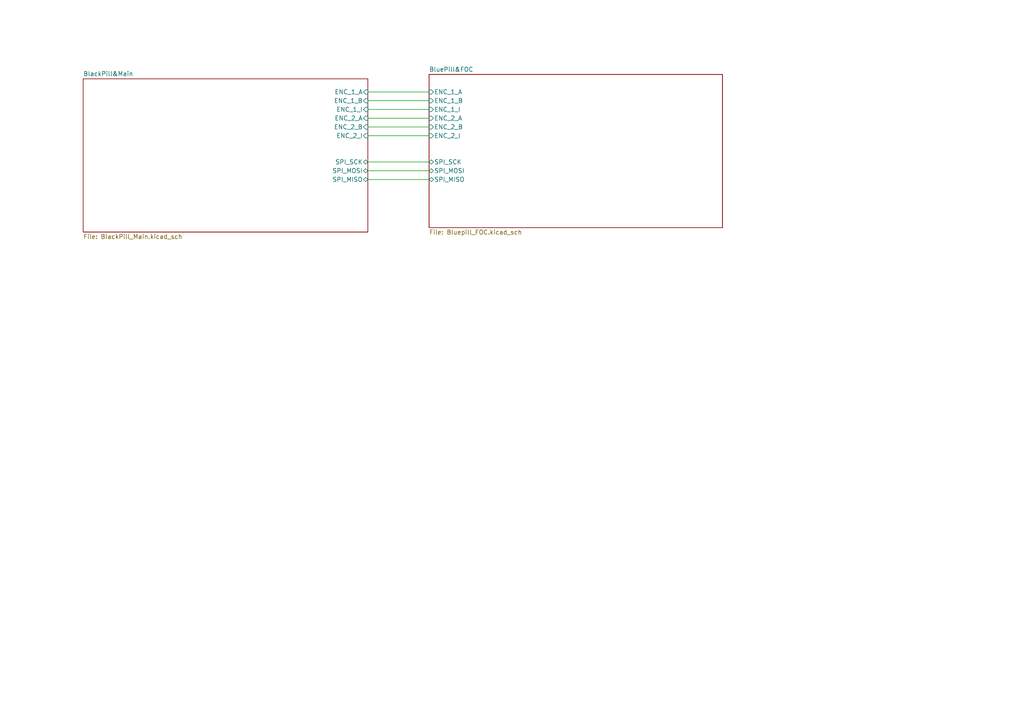
<source format=kicad_sch>
(kicad_sch (version 20230121) (generator eeschema)
  (paper "A4")
  (lib_symbols)
  (wire (pts (xy 106.68 49.53) (xy 124.46 49.53)))
  (wire (pts (xy 106.68 39.37) (xy 124.46 39.37)))
  (wire (pts (xy 106.68 29.21) (xy 124.46 29.21)))
  (wire (pts (xy 106.68 34.29) (xy 124.46 34.29)))
  (wire (pts (xy 106.68 36.83) (xy 124.46 36.83)))
  (wire (pts (xy 106.68 52.07) (xy 124.46 52.07)))
  (wire (pts (xy 106.68 26.67) (xy 124.46 26.67)))
  (wire (pts (xy 106.68 31.75) (xy 124.46 31.75)))
  (wire (pts (xy 106.68 46.99) (xy 124.46 46.99)))
  (sheet (at 124.46 21.59) (size 85.09 44.45) (stroke (width 0.1524))
    (property "Sheetname" "BluePill&FOC" (at 124.46 20.8784 0) (effects (justify left bottom)))
    (property "Sheetfile" "Bluepill_FOC.kicad_sch" (at 124.46 66.6246 0) (effects (justify left top)))
    (pin "SPI_SCK" bidirectional (at 124.46 46.99 180))
    (pin "SPI_MOSI" bidirectional (at 124.46 49.53 180))
    (pin "SPI_MISO" bidirectional (at 124.46 52.07 180))
    (pin "ENC_1_B" input (at 124.46 29.21 180))
    (pin "ENC_1_I" input (at 124.46 31.75 180))
    (pin "ENC_2_I" input (at 124.46 39.37 180))
    (pin "ENC_2_B" input (at 124.46 36.83 180))
    (pin "ENC_2_A" input (at 124.46 34.29 180))
    (pin "ENC_1_A" input (at 124.46 26.67 180))
  )
  (sheet (at 24.13 22.86) (size 82.55 44.45) (stroke (width 0.1524))
    (property "Sheetname" "BlackPill&Main" (at 24.13 22.1484 0) (effects (justify left bottom)))
    (property "Sheetfile" "BlackPill_Main.kicad_sch" (at 24.13 67.8946 0) (effects (justify left top)))
    (pin "ENC_2_I" input (at 106.68 39.37 0))
    (pin "ENC_2_B" input (at 106.68 36.83 0))
    (pin "ENC_1_I" input (at 106.68 31.75 0))
    (pin "ENC_1_B" input (at 106.68 29.21 0))
    (pin "ENC_1_A" input (at 106.68 26.67 0))
    (pin "ENC_2_A" input (at 106.68 34.29 0))
    (pin "SPI_SCK" bidirectional (at 106.68 46.99 0))
    (pin "SPI_MISO" bidirectional (at 106.68 52.07 0))
    (pin "SPI_MOSI" bidirectional (at 106.68 49.53 0))
  )
)
</source>
